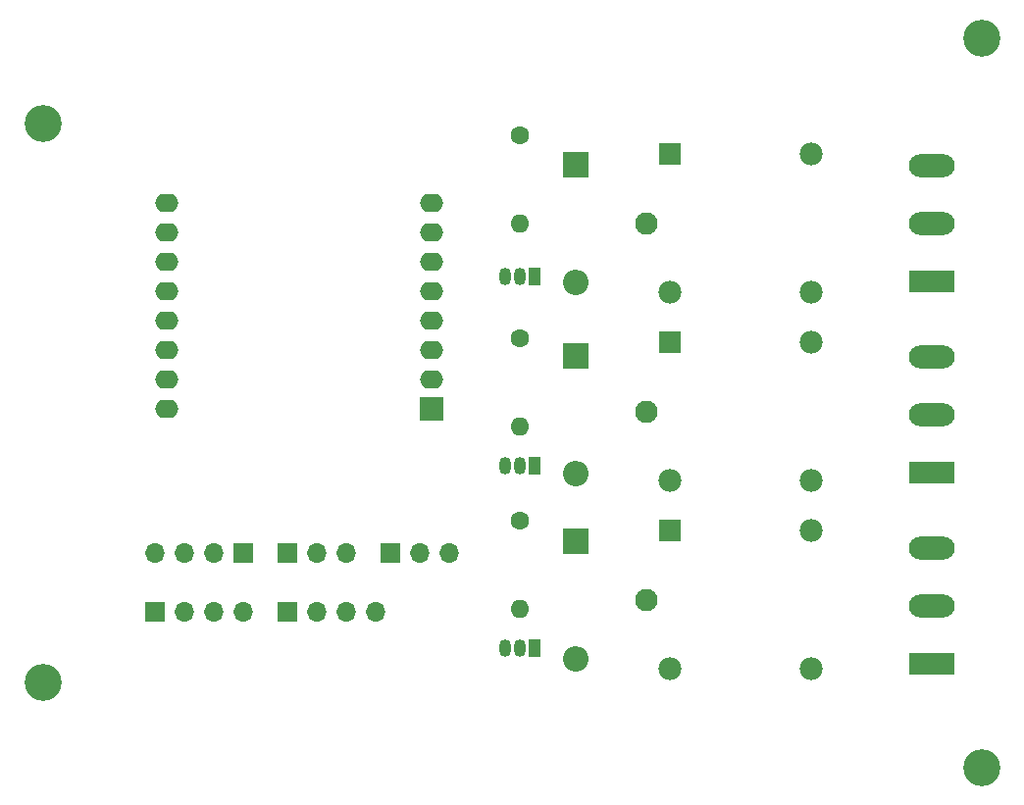
<source format=gbr>
%TF.GenerationSoftware,KiCad,Pcbnew,(6.0.10)*%
%TF.CreationDate,2023-04-17T16:01:11+07:00*%
%TF.ProjectId,PCB,5043422e-6b69-4636-9164-5f7063625858,rev?*%
%TF.SameCoordinates,Original*%
%TF.FileFunction,Soldermask,Bot*%
%TF.FilePolarity,Negative*%
%FSLAX46Y46*%
G04 Gerber Fmt 4.6, Leading zero omitted, Abs format (unit mm)*
G04 Created by KiCad (PCBNEW (6.0.10)) date 2023-04-17 16:01:11*
%MOMM*%
%LPD*%
G01*
G04 APERTURE LIST*
%ADD10R,2.000000X2.000000*%
%ADD11O,2.000000X1.600000*%
%ADD12R,2.200000X2.200000*%
%ADD13O,2.200000X2.200000*%
%ADD14C,3.200000*%
%ADD15C,1.600000*%
%ADD16O,1.600000X1.600000*%
%ADD17R,3.960000X1.980000*%
%ADD18O,3.960000X1.980000*%
%ADD19R,1.980000X1.980000*%
%ADD20C,1.980000*%
%ADD21C,1.935000*%
%ADD22R,1.050000X1.500000*%
%ADD23O,1.050000X1.500000*%
%ADD24R,1.700000X1.700000*%
%ADD25O,1.700000X1.700000*%
G04 APERTURE END LIST*
D10*
%TO.C,U1*%
X135405000Y-89154000D03*
D11*
X135405000Y-86614000D03*
X135405000Y-84074000D03*
X135405000Y-81534000D03*
X135405000Y-78994000D03*
X135405000Y-76454000D03*
X135405000Y-73914000D03*
X135405000Y-71374000D03*
X112545000Y-71374000D03*
X112545000Y-73914000D03*
X112545000Y-76454000D03*
X112545000Y-78994000D03*
X112545000Y-81534000D03*
X112545000Y-84074000D03*
X112545000Y-86614000D03*
X112545000Y-89154000D03*
%TD*%
D12*
%TO.C,D3*%
X147828000Y-100584000D03*
D13*
X147828000Y-110744000D03*
%TD*%
D14*
%TO.C,H2*%
X182880000Y-57150000D03*
%TD*%
D12*
%TO.C,D1*%
X147828000Y-68072000D03*
D13*
X147828000Y-78232000D03*
%TD*%
D15*
%TO.C,R1*%
X143002000Y-65532000D03*
D16*
X143002000Y-73152000D03*
%TD*%
D17*
%TO.C,J1*%
X178572000Y-78193000D03*
D18*
X178572000Y-73193000D03*
X178572000Y-68193000D03*
%TD*%
D15*
%TO.C,R2*%
X143002000Y-83058000D03*
D16*
X143002000Y-90678000D03*
%TD*%
D19*
%TO.C,K1*%
X155952000Y-67152000D03*
D20*
X155952000Y-79152000D03*
D21*
X153952000Y-73152000D03*
D20*
X168152000Y-67152000D03*
X168152000Y-79152000D03*
%TD*%
D22*
%TO.C,Q3*%
X144272000Y-109876000D03*
D23*
X143002000Y-109876000D03*
X141732000Y-109876000D03*
%TD*%
D19*
%TO.C,K2*%
X155952000Y-83408000D03*
D20*
X155952000Y-95408000D03*
D21*
X153952000Y-89408000D03*
D20*
X168152000Y-83408000D03*
X168152000Y-95408000D03*
%TD*%
D14*
%TO.C,H1*%
X101854000Y-64516000D03*
%TD*%
D17*
%TO.C,J3*%
X178572000Y-111213000D03*
D18*
X178572000Y-106213000D03*
X178572000Y-101213000D03*
%TD*%
D24*
%TO.C,Sensor2*%
X122936000Y-106680000D03*
D25*
X125476000Y-106680000D03*
X128016000Y-106680000D03*
X130556000Y-106680000D03*
%TD*%
D22*
%TO.C,Q1*%
X144272000Y-77724000D03*
D23*
X143002000Y-77724000D03*
X141732000Y-77724000D03*
%TD*%
D14*
%TO.C,H3*%
X101854000Y-112776000D03*
%TD*%
D12*
%TO.C,D2*%
X147828000Y-84582000D03*
D13*
X147828000Y-94742000D03*
%TD*%
D19*
%TO.C,K3*%
X155952000Y-99664000D03*
D20*
X155952000Y-111664000D03*
D21*
X153952000Y-105664000D03*
D20*
X168152000Y-99664000D03*
X168152000Y-111664000D03*
%TD*%
D15*
%TO.C,R3*%
X143002000Y-98806000D03*
D16*
X143002000Y-106426000D03*
%TD*%
D24*
%TO.C,DHT11*%
X131841000Y-101600000D03*
D25*
X134381000Y-101600000D03*
X136921000Y-101600000D03*
%TD*%
D24*
%TO.C,Servo1*%
X122936000Y-101600000D03*
D25*
X125476000Y-101600000D03*
X128016000Y-101600000D03*
%TD*%
D22*
%TO.C,Q2*%
X144272000Y-94128000D03*
D23*
X143002000Y-94128000D03*
X141732000Y-94128000D03*
%TD*%
D24*
%TO.C,Screen1*%
X119116000Y-101600000D03*
D25*
X116576000Y-101600000D03*
X114036000Y-101600000D03*
X111496000Y-101600000D03*
%TD*%
D14*
%TO.C,H4*%
X182880000Y-120142000D03*
%TD*%
D24*
%TO.C,Sensor1*%
X111506000Y-106680000D03*
D25*
X114046000Y-106680000D03*
X116586000Y-106680000D03*
X119126000Y-106680000D03*
%TD*%
D17*
%TO.C,J2*%
X178572000Y-94703000D03*
D18*
X178572000Y-89703000D03*
X178572000Y-84703000D03*
%TD*%
M02*

</source>
